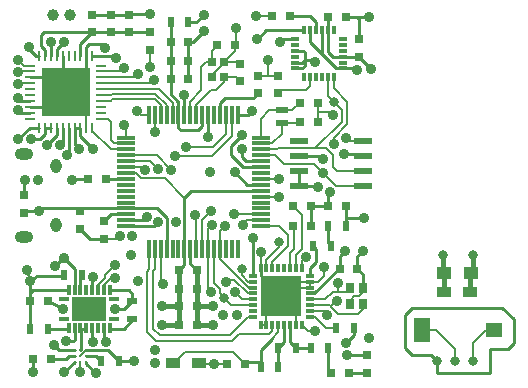
<source format=gbr>
G04 #@! TF.FileFunction,Copper,L1,Top,Signal*
%FSLAX46Y46*%
G04 Gerber Fmt 4.6, Leading zero omitted, Abs format (unit mm)*
G04 Created by KiCad (PCBNEW (2015-01-16 BZR 5376)-product) date 07/04/2015 12:08:15*
%MOMM*%
G01*
G04 APERTURE LIST*
%ADD10C,0.100000*%
%ADD11O,0.950000X1.250000*%
%ADD12O,1.550000X1.000000*%
%ADD13R,0.300000X0.850000*%
%ADD14R,0.850000X0.300000*%
%ADD15R,3.000000X2.000000*%
%ADD16R,0.750000X0.800000*%
%ADD17R,0.800000X0.750000*%
%ADD18R,1.200000X0.900000*%
%ADD19R,0.500000X0.900000*%
%ADD20R,0.900000X0.500000*%
%ADD21R,1.500000X0.300000*%
%ADD22R,0.300000X1.500000*%
%ADD23C,0.300000*%
%ADD24R,1.550000X0.600000*%
%ADD25R,1.000000X0.500000*%
%ADD26R,0.650000X0.750000*%
%ADD27R,0.800000X0.900000*%
%ADD28O,0.900000X0.250000*%
%ADD29O,0.250000X0.900000*%
%ADD30R,4.150000X4.150000*%
%ADD31C,1.000760*%
%ADD32C,0.800000*%
%ADD33R,0.300000X0.700000*%
%ADD34R,0.700000X0.300000*%
%ADD35R,3.400000X3.400000*%
%ADD36R,0.800000X0.350000*%
%ADD37R,0.350000X0.800000*%
%ADD38R,1.400000X1.200000*%
%ADD39R,1.400000X2.000000*%
%ADD40R,1.250000X1.100000*%
%ADD41C,0.889000*%
%ADD42C,0.254000*%
%ADD43C,0.203200*%
%ADD44C,0.381000*%
%ADD45C,0.177800*%
%ADD46C,0.152400*%
G04 APERTURE END LIST*
D10*
D11*
X74200000Y-39000000D03*
X74200000Y-34000000D03*
D12*
X71500000Y-40000000D03*
X71500000Y-33000000D03*
D13*
X75300000Y-44500000D03*
X75800000Y-44500000D03*
X76300000Y-44500000D03*
X76800000Y-44500000D03*
X77300000Y-44500000D03*
X77800000Y-44500000D03*
X78300000Y-44500000D03*
X78800000Y-44500000D03*
X78800000Y-47750000D03*
X78300000Y-47750000D03*
X77800000Y-47750000D03*
X77300000Y-47750000D03*
X76800000Y-47750000D03*
X76300000Y-47750000D03*
X75800000Y-47750000D03*
X75300000Y-47750000D03*
D14*
X74925000Y-45250000D03*
X74925000Y-47000000D03*
X79175000Y-45250000D03*
X79175000Y-47000000D03*
D15*
X77050000Y-46125000D03*
D16*
X91350000Y-27850000D03*
X91350000Y-26350000D03*
D17*
X78425000Y-35100000D03*
X76925000Y-35100000D03*
D16*
X76275000Y-37850000D03*
X76275000Y-39350000D03*
X78325000Y-38700000D03*
X78325000Y-40200000D03*
D17*
X83950000Y-26650000D03*
X85450000Y-26650000D03*
X83950000Y-25100000D03*
X85450000Y-25100000D03*
X83950000Y-23500000D03*
X85450000Y-23500000D03*
X84650000Y-42850000D03*
X86150000Y-42850000D03*
X84650000Y-44400000D03*
X86150000Y-44400000D03*
X84650000Y-45900000D03*
X86150000Y-45900000D03*
X84650000Y-47450000D03*
X86150000Y-47450000D03*
X72025000Y-45425000D03*
X73525000Y-45425000D03*
D16*
X71500000Y-37950000D03*
X71500000Y-36450000D03*
D17*
X73775000Y-50325000D03*
X72275000Y-50325000D03*
X96400000Y-28650000D03*
X94900000Y-28650000D03*
X96400000Y-30250000D03*
X94900000Y-30250000D03*
X89400000Y-23800000D03*
X87900000Y-23800000D03*
D16*
X89850000Y-25350000D03*
X89850000Y-26850000D03*
X99900000Y-24750000D03*
X99900000Y-23250000D03*
D17*
X97250000Y-21350000D03*
X98750000Y-21350000D03*
D16*
X93000000Y-27850000D03*
X93000000Y-26350000D03*
D17*
X94050000Y-21300000D03*
X92550000Y-21300000D03*
D16*
X77250000Y-22700000D03*
X77250000Y-21200000D03*
X78850000Y-22700000D03*
X78850000Y-21200000D03*
X80450000Y-22700000D03*
X80450000Y-21200000D03*
D17*
X98250000Y-42700000D03*
X99750000Y-42700000D03*
X94300000Y-37400000D03*
X95800000Y-37400000D03*
X98750000Y-37400000D03*
X97250000Y-37400000D03*
X94300000Y-39050000D03*
X95800000Y-39050000D03*
X97550000Y-51500000D03*
X99050000Y-51500000D03*
D16*
X100600000Y-51550000D03*
X100600000Y-50050000D03*
D17*
X90250000Y-50750000D03*
X88750000Y-50750000D03*
D18*
X84150000Y-50700000D03*
X86350000Y-50700000D03*
D16*
X82150000Y-22700000D03*
X82150000Y-24200000D03*
D19*
X72025000Y-47800000D03*
X73525000Y-47800000D03*
X97250000Y-39050000D03*
X98750000Y-39050000D03*
X96000000Y-40750000D03*
X97500000Y-40750000D03*
X91550000Y-51050000D03*
X93050000Y-51050000D03*
X93050000Y-49400000D03*
X94550000Y-49400000D03*
X97300000Y-49400000D03*
X95800000Y-49400000D03*
X83950000Y-21850000D03*
X85450000Y-21850000D03*
X74925000Y-43225000D03*
X76425000Y-43225000D03*
D20*
X80700000Y-45450000D03*
X80700000Y-46950000D03*
D19*
X78075000Y-50500000D03*
X79575000Y-50500000D03*
X99450000Y-47700000D03*
X97950000Y-47700000D03*
D21*
X91550000Y-39100000D03*
X91550000Y-38600000D03*
X91550000Y-38100000D03*
X91550000Y-37600000D03*
X91550000Y-37100000D03*
X91550000Y-36600000D03*
X91550000Y-36100000D03*
X91550000Y-35600000D03*
X91550000Y-35100000D03*
X91550000Y-34600000D03*
X91550000Y-34100000D03*
X91550000Y-33600000D03*
X91550000Y-33100000D03*
X91550000Y-32600000D03*
X91550000Y-32100000D03*
X91550000Y-31600000D03*
D22*
X89600000Y-29650000D03*
X89100000Y-29650000D03*
X88600000Y-29650000D03*
X88100000Y-29650000D03*
X87600000Y-29650000D03*
X87100000Y-29650000D03*
X86600000Y-29650000D03*
X86100000Y-29650000D03*
X85600000Y-29650000D03*
X85100000Y-29650000D03*
X84600000Y-29650000D03*
X84100000Y-29650000D03*
X83600000Y-29650000D03*
X83100000Y-29650000D03*
X82600000Y-29650000D03*
X82100000Y-29650000D03*
D21*
X80150000Y-31600000D03*
X80150000Y-32100000D03*
X80150000Y-32600000D03*
X80150000Y-33100000D03*
X80150000Y-33600000D03*
X80150000Y-34100000D03*
X80150000Y-34600000D03*
X80150000Y-35100000D03*
X80150000Y-35600000D03*
X80150000Y-36100000D03*
X80150000Y-36600000D03*
X80150000Y-37100000D03*
X80150000Y-37600000D03*
X80150000Y-38100000D03*
X80150000Y-38600000D03*
X80150000Y-39100000D03*
D22*
X82100000Y-41050000D03*
X82600000Y-41050000D03*
X83100000Y-41050000D03*
X83600000Y-41050000D03*
X84100000Y-41050000D03*
X84600000Y-41050000D03*
X85100000Y-41050000D03*
X85600000Y-41050000D03*
X86100000Y-41050000D03*
X86600000Y-41050000D03*
X87100000Y-41050000D03*
X87600000Y-41050000D03*
X88100000Y-41050000D03*
X88600000Y-41050000D03*
X89100000Y-41050000D03*
X89600000Y-41050000D03*
D23*
X76800000Y-50575000D03*
X76800000Y-50075000D03*
X76800000Y-49575000D03*
X76300000Y-50575000D03*
X76300000Y-50075000D03*
X76300000Y-49575000D03*
X75800000Y-50575000D03*
X75800000Y-50075000D03*
X75800000Y-49575000D03*
D24*
X94800000Y-31895000D03*
X94800000Y-33165000D03*
X94800000Y-34435000D03*
X94800000Y-35705000D03*
X100200000Y-35705000D03*
X100200000Y-34435000D03*
X100200000Y-33165000D03*
X100200000Y-31895000D03*
D25*
X93350000Y-29300000D03*
X93350000Y-30400000D03*
D26*
X88450000Y-25200000D03*
X88450000Y-26500000D03*
X87450000Y-25200000D03*
X87450000Y-26500000D03*
D27*
X99100000Y-45700000D03*
X99100000Y-44300000D03*
X100200000Y-45700000D03*
X100200000Y-44300000D03*
D28*
X72035000Y-25500000D03*
X72035000Y-26000000D03*
X72035000Y-26500000D03*
X72035000Y-27000000D03*
X72035000Y-27500000D03*
X72035000Y-28000000D03*
X72035000Y-28500000D03*
X72035000Y-29000000D03*
X72035000Y-29500000D03*
X72035000Y-30000000D03*
D29*
X72800000Y-30765000D03*
X73300000Y-30765000D03*
X73800000Y-30765000D03*
X74300000Y-30765000D03*
X74800000Y-30765000D03*
X75300000Y-30765000D03*
X75800000Y-30765000D03*
X76300000Y-30765000D03*
X76800000Y-30765000D03*
X77300000Y-30765000D03*
D28*
X78065000Y-30000000D03*
X78065000Y-29500000D03*
X78065000Y-29000000D03*
X78065000Y-28500000D03*
X78065000Y-28000000D03*
X78065000Y-27500000D03*
X78065000Y-27000000D03*
X78065000Y-26500000D03*
X78065000Y-26000000D03*
X78065000Y-25500000D03*
D29*
X77300000Y-24735000D03*
X76800000Y-24735000D03*
X76300000Y-24735000D03*
X75800000Y-24735000D03*
X75300000Y-24735000D03*
X74800000Y-24735000D03*
X74300000Y-24735000D03*
X73800000Y-24735000D03*
X73300000Y-24735000D03*
X72800000Y-24735000D03*
D30*
X75050000Y-27750000D03*
D31*
X73950700Y-21250000D03*
X75449300Y-21250000D03*
D32*
X88450000Y-45200000D03*
X97750000Y-28550000D03*
X93100000Y-40400000D03*
X89950000Y-42700000D03*
X109500000Y-50500000D03*
X108000000Y-50500000D03*
X106500000Y-50500000D03*
X107000000Y-41500000D03*
X109500000Y-41500000D03*
D33*
X95050000Y-42650000D03*
X94550000Y-42650000D03*
X94050000Y-42650000D03*
X93550000Y-42650000D03*
X93050000Y-42650000D03*
X92550000Y-42650000D03*
X92050000Y-42650000D03*
X91550000Y-42650000D03*
X91550000Y-47450000D03*
X92050000Y-47450000D03*
X92550000Y-47450000D03*
X93050000Y-47450000D03*
X93550000Y-47450000D03*
X94050000Y-47450000D03*
X94550000Y-47450000D03*
X95050000Y-47450000D03*
D34*
X90900000Y-43300000D03*
X90900000Y-43800000D03*
X90900000Y-44300000D03*
X90900000Y-44800000D03*
X90900000Y-45300000D03*
X90900000Y-45800000D03*
X90900000Y-46300000D03*
X90900000Y-46800000D03*
X95700000Y-46800000D03*
X95700000Y-46300000D03*
X95700000Y-45800000D03*
X95700000Y-45300000D03*
X95700000Y-44800000D03*
X95700000Y-44300000D03*
X95700000Y-43800000D03*
X95700000Y-43300000D03*
D35*
X93300000Y-45050000D03*
D36*
X98500000Y-25750000D03*
X98500000Y-25250000D03*
X98500000Y-24750000D03*
X98500000Y-24250000D03*
X98500000Y-23750000D03*
X98500000Y-23250000D03*
X94500000Y-23250000D03*
X94500000Y-23750000D03*
X94500000Y-24250000D03*
X94500000Y-24750000D03*
X94500000Y-25250000D03*
X94500000Y-25750000D03*
D37*
X96250000Y-26500000D03*
X96750000Y-26500000D03*
X97250000Y-26500000D03*
X95750000Y-26500000D03*
X97750000Y-26500000D03*
X95250000Y-26500000D03*
X97750000Y-22500000D03*
X97250000Y-22500000D03*
X96750000Y-22500000D03*
X96250000Y-22500000D03*
X95750000Y-22500000D03*
X95250000Y-22500000D03*
D38*
X111300000Y-47900000D03*
D39*
X105200000Y-47900000D03*
D18*
X107100000Y-44700000D03*
X109300000Y-44700000D03*
D40*
X109400000Y-43050000D03*
X107050000Y-43050000D03*
D41*
X74025000Y-49125000D03*
X97400000Y-36250000D03*
X74175000Y-42450000D03*
X74900000Y-41825000D03*
X75050000Y-48800000D03*
X100700000Y-48600000D03*
X98650000Y-33000000D03*
X78350000Y-24000000D03*
X76350000Y-29050000D03*
X72100000Y-31750000D03*
X75200000Y-33100000D03*
X82150000Y-21150000D03*
X87500000Y-47450000D03*
X87500000Y-45900000D03*
X93300000Y-45050000D03*
X98900000Y-50000000D03*
X96900000Y-42600000D03*
X87100000Y-31550000D03*
X86800000Y-22550000D03*
X92150000Y-25050000D03*
X91150000Y-21300000D03*
X89350000Y-34550000D03*
X75050000Y-27750000D03*
X71950000Y-23900000D03*
X72275000Y-51475000D03*
X74850000Y-46125000D03*
X71625000Y-35200000D03*
X72700000Y-35200000D03*
X100200000Y-41200000D03*
X91600000Y-41300000D03*
X87300000Y-34550000D03*
X87650000Y-50750000D03*
X79225000Y-46150000D03*
X96150000Y-25200000D03*
X96850000Y-33450000D03*
X99700000Y-25900000D03*
X98800000Y-49000000D03*
X75625000Y-35200000D03*
X79625000Y-39975000D03*
X97650000Y-29650000D03*
X89450000Y-22350000D03*
X96400000Y-35800000D03*
X80800000Y-50500000D03*
X100750000Y-21350000D03*
X72800000Y-37825000D03*
X77400000Y-43425000D03*
X96200000Y-48000000D03*
X97200000Y-46600000D03*
X71800000Y-42825000D03*
X72025000Y-43775000D03*
X83200000Y-45900000D03*
X85100000Y-28000000D03*
X100900000Y-25800000D03*
X100300000Y-38400000D03*
X84400000Y-38775000D03*
X93200000Y-23550000D03*
X86750000Y-21200000D03*
X98750000Y-31650000D03*
X83200000Y-47450000D03*
X77400000Y-32550000D03*
X76200000Y-32550000D03*
X71050000Y-31750000D03*
X79350000Y-24850000D03*
X95400000Y-41700000D03*
X98700000Y-41200000D03*
X90900000Y-40125000D03*
X82150000Y-25600000D03*
X86000000Y-38150000D03*
X71050000Y-28250000D03*
X71050000Y-29300000D03*
X73800000Y-23550000D03*
X74900000Y-23500000D03*
X98000000Y-45400000D03*
X98075000Y-43925000D03*
X88500000Y-39125000D03*
X87350000Y-44700000D03*
X89350000Y-44700000D03*
X87450000Y-38975000D03*
X87375000Y-37825000D03*
X82875000Y-38750000D03*
X81950000Y-38300000D03*
X97750000Y-32150000D03*
X96850000Y-34600000D03*
X82600000Y-31150000D03*
X82550000Y-26700000D03*
X80000000Y-30550000D03*
X79950000Y-25750000D03*
X82900000Y-34300000D03*
X80550000Y-41500000D03*
X76300000Y-51450000D03*
X80700000Y-39950000D03*
X81775000Y-34350000D03*
X74925000Y-51450000D03*
X77375000Y-48875000D03*
X82625000Y-49575000D03*
X88400000Y-46625000D03*
X89325000Y-38075000D03*
X81150000Y-43750000D03*
X77625000Y-51575000D03*
X84000000Y-34325000D03*
X90800000Y-29350000D03*
X91250000Y-23250000D03*
X81100000Y-29350000D03*
X81200000Y-26250000D03*
X71000000Y-27100000D03*
X71000000Y-25000000D03*
X71000000Y-26050000D03*
X73500000Y-32200000D03*
X74550000Y-32250000D03*
X88600000Y-43800000D03*
X83300000Y-44000000D03*
X89550000Y-46625000D03*
X82650000Y-50700000D03*
X78475000Y-48875000D03*
X90050000Y-38975000D03*
X79200000Y-42400000D03*
X84300000Y-33200000D03*
X79200000Y-43500000D03*
X85200000Y-32400000D03*
X90000000Y-31350000D03*
X90000000Y-32550000D03*
X93100000Y-35100000D03*
X93150000Y-36600000D03*
D42*
X75800000Y-49575000D02*
X74475000Y-49575000D01*
X74475000Y-49575000D02*
X74025000Y-49125000D01*
X97250000Y-37400000D02*
X97250000Y-36400000D01*
X97250000Y-36400000D02*
X97400000Y-36250000D01*
X74900000Y-41825000D02*
X74800000Y-41825000D01*
X74800000Y-41825000D02*
X74175000Y-42450000D01*
X75800000Y-44500000D02*
X75800000Y-42725000D01*
X75800000Y-42725000D02*
X74900000Y-41825000D01*
X75550000Y-48800000D02*
X75050000Y-48800000D01*
X75550000Y-48800000D02*
X75050000Y-48800000D01*
X75700000Y-48800000D02*
X75550000Y-48800000D01*
X75800000Y-48700000D02*
X75700000Y-48800000D01*
X75800000Y-47750000D02*
X75800000Y-48700000D01*
X98650000Y-33000000D02*
X100035000Y-33000000D01*
D43*
X87450000Y-26500000D02*
X87450000Y-26300000D01*
X87450000Y-26300000D02*
X88450000Y-25300000D01*
X88450000Y-25300000D02*
X88450000Y-25200000D01*
D42*
X94800000Y-35705000D02*
X94800000Y-34435000D01*
X73525000Y-45425000D02*
X74875000Y-46100000D01*
X76800000Y-24735000D02*
X76800000Y-23950000D01*
X78050000Y-23700000D02*
X78350000Y-24000000D01*
X77050000Y-23700000D02*
X78050000Y-23700000D01*
X76800000Y-23950000D02*
X77050000Y-23700000D01*
X76350000Y-29050000D02*
X75050000Y-27750000D01*
X72850000Y-31750000D02*
X72100000Y-31750000D01*
X73300000Y-31300000D02*
X72850000Y-31750000D01*
X73300000Y-31300000D02*
X73300000Y-30765000D01*
X72035000Y-29000000D02*
X73800000Y-29000000D01*
X73800000Y-29000000D02*
X75050000Y-27750000D01*
X73800000Y-30765000D02*
X73300000Y-30765000D01*
X75300000Y-30765000D02*
X75300000Y-33000000D01*
X75300000Y-33000000D02*
X75200000Y-33100000D01*
D43*
X76800000Y-30765000D02*
X76800000Y-29500000D01*
X76800000Y-29500000D02*
X75050000Y-27750000D01*
D42*
X72035000Y-26500000D02*
X73800000Y-26500000D01*
X73800000Y-26500000D02*
X75050000Y-27750000D01*
X76800000Y-24735000D02*
X76800000Y-26000000D01*
X76800000Y-26000000D02*
X75050000Y-27750000D01*
X74800000Y-24735000D02*
X74800000Y-27500000D01*
X74800000Y-27500000D02*
X75050000Y-27750000D01*
X77250000Y-21200000D02*
X78850000Y-21200000D01*
X80450000Y-21200000D02*
X80500000Y-21150000D01*
X80500000Y-21150000D02*
X82150000Y-21150000D01*
X95800000Y-39050000D02*
X95800000Y-37400000D01*
X95800000Y-37400000D02*
X97250000Y-37400000D01*
D44*
X86150000Y-47450000D02*
X87500000Y-47450000D01*
X86150000Y-45900000D02*
X87500000Y-45900000D01*
D42*
X91550000Y-42650000D02*
X91550000Y-43300000D01*
X91550000Y-43300000D02*
X93300000Y-45050000D01*
D45*
X92000000Y-46350000D02*
X93300000Y-45050000D01*
X92000000Y-47400000D02*
X92000000Y-46350000D01*
X92050000Y-47450000D02*
X92000000Y-47400000D01*
X91550000Y-47450000D02*
X92050000Y-47450000D01*
X94550000Y-46300000D02*
X93300000Y-45050000D01*
X94550000Y-47450000D02*
X94550000Y-46300000D01*
X94050000Y-44300000D02*
X93300000Y-45050000D01*
X94550000Y-43800000D02*
X93300000Y-45050000D01*
X95700000Y-43800000D02*
X94550000Y-43800000D01*
X94050000Y-44300000D02*
X93300000Y-45050000D01*
X95700000Y-44300000D02*
X94050000Y-44300000D01*
D42*
X98950000Y-50050000D02*
X98900000Y-50000000D01*
X100600000Y-50050000D02*
X98950000Y-50050000D01*
D45*
X95700000Y-44300000D02*
X95700000Y-43800000D01*
X96400000Y-43800000D02*
X96900000Y-43300000D01*
X96900000Y-43300000D02*
X96900000Y-42600000D01*
X95700000Y-43800000D02*
X96400000Y-43800000D01*
D42*
X100200000Y-43150000D02*
X100200000Y-44300000D01*
X99750000Y-42700000D02*
X100200000Y-43150000D01*
D44*
X86150000Y-44400000D02*
X86150000Y-42850000D01*
X86150000Y-45900000D02*
X86150000Y-44400000D01*
X86150000Y-47450000D02*
X86150000Y-45900000D01*
D42*
X85600000Y-42300000D02*
X86150000Y-42850000D01*
X85600000Y-41050000D02*
X85600000Y-42300000D01*
X85450000Y-25100000D02*
X85450000Y-23500000D01*
X85450000Y-26650000D02*
X85450000Y-25100000D01*
X85450000Y-23500000D02*
X85850000Y-23500000D01*
X87100000Y-29650000D02*
X87100000Y-31550000D01*
X85850000Y-23500000D02*
X86800000Y-22550000D01*
D43*
X88450000Y-25200000D02*
X89700000Y-25200000D01*
X88450000Y-25200000D02*
X89400000Y-24250000D01*
X92150000Y-26350000D02*
X93000000Y-26350000D01*
X92150000Y-26350000D02*
X92150000Y-25050000D01*
X92550000Y-21300000D02*
X91150000Y-21300000D01*
D42*
X95100000Y-25750000D02*
X94500000Y-25750000D01*
X94500000Y-25250000D02*
X95100000Y-25250000D01*
X90400000Y-35600000D02*
X89350000Y-34550000D01*
X91550000Y-35600000D02*
X90400000Y-35600000D01*
X72550000Y-24735000D02*
X72800000Y-24735000D01*
X71950000Y-24135000D02*
X71950000Y-23900000D01*
X72550000Y-24735000D02*
X71950000Y-24135000D01*
X74875000Y-46100000D02*
X74850000Y-46125000D01*
X72275000Y-50325000D02*
X72275000Y-51475000D01*
X80375000Y-44525000D02*
X80700000Y-44850000D01*
X78800000Y-44525000D02*
X80375000Y-44525000D01*
X71500000Y-35325000D02*
X71625000Y-35200000D01*
X71500000Y-36450000D02*
X71500000Y-35325000D01*
X99750000Y-41650000D02*
X99750000Y-42700000D01*
X99750000Y-41650000D02*
X100200000Y-41200000D01*
D43*
X91550000Y-41350000D02*
X91600000Y-41300000D01*
X91550000Y-41350000D02*
X91550000Y-42650000D01*
D42*
X99650000Y-21350000D02*
X99900000Y-21600000D01*
X99900000Y-21600000D02*
X99900000Y-23250000D01*
X98750000Y-21350000D02*
X99650000Y-21350000D01*
X100750000Y-21350000D02*
X98750000Y-21350000D01*
D43*
X100200000Y-44650000D02*
X100200000Y-44300000D01*
X99850000Y-45000000D02*
X100200000Y-44650000D01*
X99500000Y-45000000D02*
X99850000Y-45000000D01*
X99100000Y-45400000D02*
X99500000Y-45000000D01*
X99100000Y-45700000D02*
X99100000Y-45400000D01*
X87650000Y-50750000D02*
X88750000Y-50750000D01*
X86350000Y-50750000D02*
X87650000Y-50750000D01*
D42*
X95350000Y-25500000D02*
X95100000Y-25750000D01*
X95100000Y-25250000D02*
X95350000Y-25000000D01*
X80000000Y-46150000D02*
X79225000Y-46150000D01*
X95350000Y-25000000D02*
X95350000Y-25500000D01*
X95350000Y-24400000D02*
X95350000Y-25000000D01*
X95950000Y-25000000D02*
X96150000Y-25200000D01*
X95350000Y-25000000D02*
X95950000Y-25000000D01*
X94800000Y-33165000D02*
X96565000Y-33165000D01*
X96565000Y-33165000D02*
X96850000Y-33450000D01*
D43*
X89700000Y-25200000D02*
X89850000Y-25350000D01*
D42*
X97950000Y-25750000D02*
X96750000Y-24550000D01*
X96750000Y-24550000D02*
X96750000Y-22500000D01*
X98500000Y-25750000D02*
X97950000Y-25750000D01*
X95750000Y-23550000D02*
X96750000Y-24550000D01*
X98500000Y-25750000D02*
X98550000Y-25750000D01*
X99550000Y-25750000D02*
X99700000Y-25900000D01*
X98500000Y-25750000D02*
X99550000Y-25750000D01*
X95750000Y-22500000D02*
X95750000Y-23550000D01*
X99450000Y-48350000D02*
X98800000Y-49000000D01*
X99450000Y-47700000D02*
X99450000Y-48350000D01*
X100200000Y-33165000D02*
X100035000Y-33000000D01*
D43*
X91350000Y-26350000D02*
X92150000Y-26350000D01*
D42*
X75725000Y-35100000D02*
X75625000Y-35200000D01*
X76925000Y-35100000D02*
X75725000Y-35100000D01*
X76275000Y-39350000D02*
X77125000Y-40200000D01*
X77125000Y-40200000D02*
X78325000Y-40200000D01*
D43*
X79100000Y-40200000D02*
X78325000Y-40200000D01*
X79400000Y-40200000D02*
X79625000Y-39975000D01*
X96400000Y-29450000D02*
X96400000Y-28650000D01*
X97450000Y-29450000D02*
X97650000Y-29650000D01*
X96400000Y-29450000D02*
X97450000Y-29450000D01*
X96400000Y-30250000D02*
X96400000Y-29450000D01*
X89400000Y-24250000D02*
X89400000Y-23800000D01*
X89450000Y-23750000D02*
X89450000Y-22350000D01*
X89400000Y-23800000D02*
X89450000Y-23750000D01*
D42*
X78850000Y-21200000D02*
X80450000Y-21200000D01*
X80700000Y-45450000D02*
X80000000Y-46150000D01*
X80700000Y-44850000D02*
X80700000Y-45450000D01*
X94800000Y-35705000D02*
X96305000Y-35705000D01*
X96305000Y-35705000D02*
X96400000Y-35800000D01*
D46*
X76300000Y-50075000D02*
X76800000Y-49575000D01*
D42*
X78650000Y-49575000D02*
X79575000Y-50500000D01*
X76800000Y-49575000D02*
X78650000Y-49575000D01*
X79575000Y-50500000D02*
X80800000Y-50500000D01*
X95200000Y-24250000D02*
X95350000Y-24400000D01*
X94500000Y-24250000D02*
X95200000Y-24250000D01*
D43*
X79400000Y-40200000D02*
X79625000Y-39975000D01*
X79100000Y-40200000D02*
X79400000Y-40200000D01*
D42*
X90950000Y-28250000D02*
X91400000Y-27800000D01*
X88500000Y-28250000D02*
X90950000Y-28250000D01*
X88100000Y-28650000D02*
X88500000Y-28250000D01*
X88100000Y-29650000D02*
X88100000Y-28650000D01*
X80150000Y-35100000D02*
X78425000Y-35100000D01*
X73025000Y-37600000D02*
X72800000Y-37825000D01*
X80150000Y-37600000D02*
X73025000Y-37600000D01*
X82800000Y-37600000D02*
X83600000Y-38400000D01*
X83600000Y-38400000D02*
X83600000Y-41050000D01*
X80150000Y-37600000D02*
X82800000Y-37600000D01*
X71625000Y-37825000D02*
X71500000Y-37950000D01*
X72800000Y-37825000D02*
X71625000Y-37825000D01*
X77300000Y-43525000D02*
X77400000Y-43425000D01*
X77300000Y-44525000D02*
X77300000Y-43525000D01*
D43*
X73025000Y-37600000D02*
X72800000Y-37825000D01*
X76025000Y-37600000D02*
X73025000Y-37600000D01*
X76275000Y-37850000D02*
X76025000Y-37600000D01*
D42*
X78925000Y-38100000D02*
X78325000Y-38700000D01*
X80150000Y-38100000D02*
X78925000Y-38100000D01*
X83950000Y-23500000D02*
X83950000Y-21850000D01*
X83950000Y-27950000D02*
X83950000Y-26650000D01*
X84600000Y-28600000D02*
X83950000Y-27950000D01*
X84600000Y-30750000D02*
X84850000Y-31000000D01*
X84850000Y-31000000D02*
X86250000Y-31000000D01*
X86250000Y-31000000D02*
X86600000Y-30650000D01*
X86600000Y-30650000D02*
X86600000Y-29650000D01*
X84600000Y-29650000D02*
X84600000Y-30750000D01*
X84600000Y-29650000D02*
X84600000Y-28600000D01*
X83950000Y-25100000D02*
X83950000Y-23500000D01*
X83950000Y-26650000D02*
X83950000Y-25100000D01*
D43*
X95600000Y-48000000D02*
X96200000Y-48000000D01*
X95050000Y-47450000D02*
X95600000Y-48000000D01*
D45*
X96900000Y-46300000D02*
X97200000Y-46600000D01*
X95700000Y-46300000D02*
X96900000Y-46300000D01*
D42*
X97250000Y-24350000D02*
X97650000Y-24750000D01*
X97250000Y-22500000D02*
X97250000Y-24350000D01*
X74850000Y-43300000D02*
X74925000Y-43225000D01*
X74850000Y-43300000D02*
X72600000Y-43300000D01*
X72600000Y-43300000D02*
X72125000Y-43775000D01*
X71800000Y-42825000D02*
X72025000Y-43775000D01*
X72125000Y-43775000D02*
X72025000Y-43775000D01*
D44*
X84650000Y-45900000D02*
X83200000Y-45900000D01*
D42*
X85100000Y-41050000D02*
X85100000Y-36700000D01*
X85700000Y-36100000D02*
X91550000Y-36100000D01*
X85100000Y-36700000D02*
X85700000Y-36100000D01*
X98750000Y-37400000D02*
X98750000Y-38500000D01*
D44*
X84650000Y-47450000D02*
X84650000Y-45900000D01*
D42*
X85100000Y-42400000D02*
X85100000Y-41050000D01*
X85100000Y-29650000D02*
X85100000Y-28000000D01*
X97250000Y-22500000D02*
X97250000Y-21350000D01*
D43*
X85075000Y-36700000D02*
X83425000Y-35050000D01*
X83425000Y-35050000D02*
X81425000Y-35050000D01*
X81425000Y-35050000D02*
X80975000Y-34600000D01*
X80975000Y-34600000D02*
X80150000Y-34600000D01*
D42*
X85100000Y-41050000D02*
X85100000Y-36700000D01*
D43*
X85100000Y-36700000D02*
X85075000Y-36700000D01*
D42*
X99900000Y-24800000D02*
X100900000Y-25800000D01*
X99900000Y-24750000D02*
X99900000Y-24800000D01*
X98850000Y-38400000D02*
X100300000Y-38400000D01*
X98750000Y-38500000D02*
X98850000Y-38400000D01*
D44*
X84650000Y-45900000D02*
X84650000Y-44400000D01*
D42*
X98500000Y-24750000D02*
X99900000Y-24750000D01*
X97650000Y-24750000D02*
X98500000Y-24750000D01*
X93500000Y-23250000D02*
X93200000Y-23550000D01*
X94500000Y-23250000D02*
X93500000Y-23250000D01*
X86100000Y-21850000D02*
X85450000Y-21850000D01*
X86750000Y-21200000D02*
X86100000Y-21850000D01*
D43*
X100200000Y-31895000D02*
X98995000Y-31895000D01*
X98995000Y-31895000D02*
X98750000Y-31650000D01*
D44*
X84650000Y-44400000D02*
X84650000Y-42850000D01*
D42*
X84650000Y-42850000D02*
X85100000Y-42400000D01*
D44*
X84650000Y-47450000D02*
X83200000Y-47450000D01*
D42*
X72025000Y-47800000D02*
X72025000Y-45425000D01*
X72025000Y-44800000D02*
X72025000Y-45425000D01*
X72025000Y-43775000D02*
X72025000Y-45425000D01*
X72300000Y-44525000D02*
X72025000Y-44800000D01*
X75800000Y-30765000D02*
X76300000Y-30765000D01*
X76300000Y-31450000D02*
X77400000Y-32550000D01*
X76300000Y-30765000D02*
X76300000Y-31450000D01*
X75800000Y-32150000D02*
X76200000Y-32550000D01*
X75800000Y-32150000D02*
X75800000Y-30765000D01*
X72800000Y-30765000D02*
X72035000Y-30765000D01*
X72035000Y-30765000D02*
X71050000Y-31750000D01*
X79235000Y-24735000D02*
X79350000Y-24850000D01*
X79235000Y-24735000D02*
X77300000Y-24735000D01*
D43*
X95050000Y-42050000D02*
X95400000Y-41700000D01*
D45*
X98250000Y-42950000D02*
X98250000Y-42700000D01*
D42*
X98250000Y-41650000D02*
X98700000Y-41200000D01*
X98250000Y-42700000D02*
X98250000Y-41650000D01*
X98175000Y-42700000D02*
X98250000Y-42700000D01*
X96075000Y-44800000D02*
X98175000Y-42700000D01*
X95700000Y-44800000D02*
X96075000Y-44800000D01*
X90900000Y-40125000D02*
X90900000Y-43300000D01*
X98750000Y-38500000D02*
X98750000Y-39050000D01*
X75300000Y-44525000D02*
X72300000Y-44525000D01*
D43*
X95050000Y-42050000D02*
X95050000Y-42650000D01*
X82150000Y-25600000D02*
X82150000Y-24200000D01*
D42*
X75050000Y-50325000D02*
X75300000Y-50075000D01*
X75300000Y-50075000D02*
X75800000Y-50075000D01*
X73775000Y-50325000D02*
X75050000Y-50325000D01*
D43*
X94250000Y-29300000D02*
X94900000Y-28650000D01*
X91550000Y-30000000D02*
X92250000Y-29300000D01*
X92250000Y-29300000D02*
X93350000Y-29300000D01*
X91550000Y-31600000D02*
X91550000Y-30000000D01*
X93350000Y-29300000D02*
X94250000Y-29300000D01*
X94750000Y-30400000D02*
X94900000Y-30250000D01*
X92550000Y-32100000D02*
X93350000Y-31300000D01*
X93350000Y-31300000D02*
X93350000Y-30400000D01*
X91550000Y-32100000D02*
X92550000Y-32100000D01*
X93350000Y-30400000D02*
X94750000Y-30400000D01*
X87450000Y-24250000D02*
X87900000Y-23800000D01*
X85600000Y-28550000D02*
X86550000Y-27600000D01*
X86550000Y-27600000D02*
X86550000Y-25600000D01*
X86550000Y-25600000D02*
X86950000Y-25200000D01*
X86950000Y-25200000D02*
X87450000Y-25200000D01*
X85600000Y-29650000D02*
X85600000Y-28550000D01*
X87450000Y-25200000D02*
X87450000Y-24250000D01*
X89500000Y-26500000D02*
X89850000Y-26850000D01*
X86100000Y-28800000D02*
X87350000Y-27550000D01*
X87350000Y-27550000D02*
X87800000Y-27550000D01*
X87800000Y-27550000D02*
X88450000Y-26900000D01*
X88450000Y-26900000D02*
X88450000Y-26500000D01*
X86100000Y-29650000D02*
X86100000Y-28800000D01*
X88450000Y-26500000D02*
X89500000Y-26500000D01*
X93300000Y-27550000D02*
X95400000Y-27550000D01*
X93000000Y-27850000D02*
X93300000Y-27550000D01*
X95400000Y-27550000D02*
X95750000Y-27200000D01*
X95750000Y-27200000D02*
X95750000Y-26500000D01*
D42*
X95750000Y-21300000D02*
X94050000Y-21300000D01*
X96250000Y-21800000D02*
X95750000Y-21300000D01*
X96250000Y-22500000D02*
X96250000Y-21800000D01*
D43*
X86100000Y-38250000D02*
X86100000Y-41050000D01*
X86000000Y-38150000D02*
X86100000Y-38250000D01*
D42*
X72035000Y-28500000D02*
X71300000Y-28500000D01*
X71300000Y-28500000D02*
X71050000Y-28250000D01*
X77250000Y-22700000D02*
X73200000Y-22700000D01*
X73300000Y-24150000D02*
X73300000Y-24735000D01*
X73000000Y-23850000D02*
X73300000Y-24150000D01*
X73000000Y-22900000D02*
X73000000Y-23850000D01*
X73200000Y-22700000D02*
X73000000Y-22900000D01*
X78850000Y-22700000D02*
X77250000Y-22700000D01*
X77250000Y-22700000D02*
X76300000Y-23650000D01*
X76300000Y-23650000D02*
X76300000Y-24735000D01*
X80450000Y-22700000D02*
X78850000Y-22700000D01*
X82150000Y-22700000D02*
X80450000Y-22700000D01*
X72035000Y-29500000D02*
X71250000Y-29500000D01*
X71250000Y-29500000D02*
X71050000Y-29300000D01*
X73800000Y-24735000D02*
X73800000Y-23550000D01*
X74300000Y-24100000D02*
X74900000Y-23500000D01*
X74300000Y-24735000D02*
X74300000Y-24100000D01*
D43*
X100200000Y-46125000D02*
X100200000Y-45700000D01*
X99800000Y-46525000D02*
X100200000Y-46125000D01*
X95700000Y-45800000D02*
X97400000Y-45800000D01*
X97525000Y-45925000D02*
X98125000Y-46525000D01*
X97400000Y-45800000D02*
X97525000Y-45925000D01*
X98125000Y-46525000D02*
X99800000Y-46525000D01*
X97525000Y-45875000D02*
X98000000Y-45400000D01*
X97525000Y-45925000D02*
X97525000Y-45875000D01*
X98075000Y-43925000D02*
X98075000Y-44650000D01*
X97000000Y-45300000D02*
X97650000Y-44650000D01*
X97650000Y-44650000D02*
X98075000Y-44650000D01*
X95700000Y-45300000D02*
X97000000Y-45300000D01*
X98750000Y-44650000D02*
X99100000Y-44300000D01*
X98075000Y-44650000D02*
X98750000Y-44650000D01*
X94550000Y-42650000D02*
X94550000Y-41500000D01*
X94550000Y-41500000D02*
X95050000Y-41000000D01*
X95050000Y-41000000D02*
X95050000Y-38150000D01*
X95050000Y-38150000D02*
X94300000Y-37400000D01*
X94400000Y-41050000D02*
X94400000Y-39150000D01*
X94400000Y-39150000D02*
X94300000Y-39050000D01*
X94050000Y-41400000D02*
X94400000Y-41050000D01*
X94050000Y-42650000D02*
X94050000Y-41400000D01*
D42*
X97300000Y-51250000D02*
X97550000Y-51500000D01*
X97300000Y-49400000D02*
X97300000Y-51250000D01*
D45*
X99100000Y-51550000D02*
X99050000Y-51500000D01*
D42*
X100600000Y-51550000D02*
X99100000Y-51550000D01*
X90150000Y-50575000D02*
X91500000Y-50575000D01*
D43*
X89250000Y-49750000D02*
X90250000Y-50750000D01*
X85150000Y-49750000D02*
X89250000Y-49750000D01*
X84150000Y-50750000D02*
X85150000Y-49750000D01*
X93050000Y-48075000D02*
X92487500Y-48637500D01*
X93050000Y-47450000D02*
X93050000Y-48075000D01*
D42*
X91550000Y-50625000D02*
X91550000Y-51050000D01*
X91500000Y-50575000D02*
X91550000Y-50625000D01*
X91550000Y-49575000D02*
X91550000Y-51050000D01*
X92487500Y-48637500D02*
X91550000Y-49575000D01*
X73550000Y-47775000D02*
X73525000Y-47800000D01*
X75300000Y-47775000D02*
X73550000Y-47775000D01*
X97250000Y-39050000D02*
X97250000Y-40500000D01*
X97250000Y-40500000D02*
X97500000Y-40750000D01*
X95700000Y-43300000D02*
X95700000Y-42650000D01*
X96250000Y-42100000D02*
X96250000Y-41000000D01*
X95700000Y-42650000D02*
X96250000Y-42100000D01*
X96250000Y-41000000D02*
X96000000Y-40750000D01*
X93550000Y-48900000D02*
X93050000Y-49400000D01*
X93550000Y-47450000D02*
X93550000Y-48900000D01*
X93050000Y-49400000D02*
X93050000Y-51050000D01*
X94050000Y-48900000D02*
X94550000Y-49400000D01*
X94050000Y-47450000D02*
X94050000Y-48900000D01*
X94550000Y-49400000D02*
X95800000Y-49400000D01*
D43*
X90900000Y-44300000D02*
X90550000Y-44300000D01*
X90550000Y-44300000D02*
X88100000Y-41850000D01*
X88100000Y-41850000D02*
X88100000Y-41050000D01*
X88500000Y-39125000D02*
X88100000Y-39525000D01*
X88100000Y-39525000D02*
X88100000Y-41050000D01*
X90900000Y-45300000D02*
X89950000Y-45300000D01*
X87100000Y-44450000D02*
X87100000Y-41050000D01*
X87350000Y-44700000D02*
X87100000Y-44450000D01*
X89950000Y-45300000D02*
X89350000Y-44700000D01*
X87450000Y-38975000D02*
X87100000Y-39325000D01*
X87100000Y-39325000D02*
X87100000Y-41050000D01*
X87375000Y-37825000D02*
X86600000Y-38600000D01*
X86600000Y-38600000D02*
X86600000Y-41050000D01*
D42*
X76300000Y-43350000D02*
X76425000Y-43225000D01*
X76300000Y-44525000D02*
X76300000Y-43350000D01*
X80700000Y-47050000D02*
X79975000Y-47775000D01*
X80700000Y-46950000D02*
X80700000Y-47050000D01*
X79975000Y-47775000D02*
X78800000Y-47775000D01*
X82875000Y-38750000D02*
X82525000Y-39100000D01*
X80150000Y-39100000D02*
X82525000Y-39100000D01*
X77650000Y-50075000D02*
X78075000Y-50500000D01*
X76800000Y-50075000D02*
X77650000Y-50075000D01*
X81950000Y-38300000D02*
X81650000Y-38600000D01*
X81650000Y-38600000D02*
X80150000Y-38600000D01*
D45*
X96200000Y-46800000D02*
X97100000Y-47700000D01*
X97100000Y-47700000D02*
X97950000Y-47700000D01*
X95700000Y-46800000D02*
X96200000Y-46800000D01*
D43*
X98900000Y-28550000D02*
X98900000Y-30250000D01*
X97750000Y-27400000D02*
X97750000Y-26500000D01*
X98900000Y-28550000D02*
X97750000Y-27400000D01*
X97750000Y-31600000D02*
X97750000Y-32150000D01*
X98900000Y-30450000D02*
X97750000Y-31600000D01*
X98900000Y-30250000D02*
X98900000Y-30450000D01*
X95850000Y-33800000D02*
X93500000Y-33800000D01*
X93500000Y-33800000D02*
X92800000Y-33100000D01*
X92800000Y-33100000D02*
X91550000Y-33100000D01*
X100200000Y-35705000D02*
X97955000Y-35705000D01*
X97955000Y-35705000D02*
X96850000Y-34600000D01*
X96050000Y-33800000D02*
X95850000Y-33800000D01*
X96850000Y-34600000D02*
X96050000Y-33800000D01*
X97250000Y-27550000D02*
X97250000Y-26500000D01*
X97250000Y-28050000D02*
X97250000Y-27550000D01*
X98450000Y-29250000D02*
X97250000Y-28050000D01*
X98450000Y-30250000D02*
X98450000Y-29250000D01*
X96200000Y-32500000D02*
X98450000Y-30250000D01*
X98450000Y-30250000D02*
X98450000Y-30200000D01*
X96600000Y-32500000D02*
X96200000Y-32500000D01*
X100200000Y-34435000D02*
X98035000Y-34435000D01*
X98035000Y-34435000D02*
X97700000Y-34100000D01*
X97700000Y-34100000D02*
X97700000Y-33100000D01*
X97100000Y-32500000D02*
X96600000Y-32500000D01*
X97700000Y-33100000D02*
X97100000Y-32500000D01*
X96650000Y-32500000D02*
X96600000Y-32500000D01*
X92950000Y-32600000D02*
X91550000Y-32600000D01*
X93050000Y-32500000D02*
X92950000Y-32600000D01*
X96200000Y-32500000D02*
X93050000Y-32500000D01*
X97750000Y-28550000D02*
X98450000Y-29250000D01*
X84100000Y-29650000D02*
X84100000Y-28650000D01*
X82950000Y-27500000D02*
X78065000Y-27500000D01*
X84100000Y-28650000D02*
X82950000Y-27500000D01*
X79000000Y-27900000D02*
X78900000Y-28000000D01*
X78900000Y-28000000D02*
X78065000Y-28000000D01*
X83600000Y-29650000D02*
X83600000Y-28850000D01*
X82650000Y-27900000D02*
X79000000Y-27900000D01*
X83600000Y-28850000D02*
X82650000Y-27900000D01*
X83100000Y-29650000D02*
X83100000Y-28850000D01*
X78850000Y-28500000D02*
X78065000Y-28500000D01*
X79000000Y-28350000D02*
X78850000Y-28500000D01*
X82600000Y-28350000D02*
X79000000Y-28350000D01*
X83100000Y-28850000D02*
X82600000Y-28350000D01*
X82600000Y-31150000D02*
X82600000Y-29650000D01*
X78065000Y-27000000D02*
X82250000Y-27000000D01*
X82250000Y-27000000D02*
X82550000Y-26700000D01*
X80150000Y-30700000D02*
X80150000Y-31600000D01*
X80000000Y-30550000D02*
X80150000Y-30700000D01*
X78065000Y-26000000D02*
X79700000Y-26000000D01*
X79700000Y-26000000D02*
X79950000Y-25750000D01*
X82200000Y-33600000D02*
X82900000Y-34300000D01*
X76300000Y-51450000D02*
X76300000Y-50575000D01*
X80150000Y-33600000D02*
X82200000Y-33600000D01*
X80150000Y-34100000D02*
X81525000Y-34100000D01*
X81525000Y-34100000D02*
X81775000Y-34350000D01*
D42*
X75800000Y-50575000D02*
X74925000Y-51450000D01*
D43*
X82100000Y-41050000D02*
X82100000Y-42750000D01*
X89750000Y-48200000D02*
X89100000Y-48850000D01*
X89750000Y-48200000D02*
X91550000Y-48200000D01*
X81900000Y-48050000D02*
X82700000Y-48850000D01*
X81900000Y-42950000D02*
X81900000Y-48050000D01*
X82100000Y-42750000D02*
X81900000Y-42950000D01*
D45*
X92550000Y-47950000D02*
X92300000Y-48200000D01*
X92300000Y-48200000D02*
X91550000Y-48200000D01*
X92550000Y-47450000D02*
X92550000Y-47950000D01*
D43*
X89100000Y-48850000D02*
X82700000Y-48850000D01*
X88975000Y-48350000D02*
X90525000Y-46800000D01*
X90525000Y-46800000D02*
X90900000Y-46800000D01*
X82450000Y-47800000D02*
X82450000Y-42900000D01*
X82450000Y-42900000D02*
X82600000Y-42750000D01*
X82600000Y-41050000D02*
X82600000Y-42750000D01*
X83000000Y-48350000D02*
X82450000Y-47800000D01*
X83000000Y-48350000D02*
X88975000Y-48350000D01*
X87600000Y-43950000D02*
X87600000Y-41050000D01*
X88100000Y-44450000D02*
X87600000Y-43950000D01*
X88100000Y-44800000D02*
X88100000Y-44450000D01*
X89450000Y-45800000D02*
X89050000Y-45800000D01*
X90900000Y-45800000D02*
X89450000Y-45800000D01*
X89050000Y-45800000D02*
X88450000Y-45200000D01*
X88450000Y-45200000D02*
X88450000Y-45150000D01*
X88450000Y-45150000D02*
X88100000Y-44800000D01*
D42*
X77300000Y-47775000D02*
X77300000Y-48800000D01*
X77300000Y-48800000D02*
X77375000Y-48875000D01*
D43*
X89350000Y-38100000D02*
X89325000Y-38075000D01*
X91550000Y-38100000D02*
X89350000Y-38100000D01*
D42*
X76316512Y-49591512D02*
X76300000Y-49575000D01*
X76316512Y-47791512D02*
X76316512Y-49591512D01*
X76300000Y-47775000D02*
X76316512Y-47791512D01*
X76800000Y-47775000D02*
X76300000Y-47775000D01*
X76800000Y-50575000D02*
X76800000Y-50750000D01*
X77625000Y-51575000D02*
X76800000Y-50750000D01*
D43*
X80150000Y-33100000D02*
X82775000Y-33100000D01*
X82775000Y-33100000D02*
X84000000Y-34325000D01*
D42*
X89600000Y-29650000D02*
X90500000Y-29650000D01*
X90800000Y-29350000D02*
X90500000Y-29650000D01*
X92050000Y-22500000D02*
X91300000Y-23250000D01*
X91300000Y-23250000D02*
X91250000Y-23250000D01*
X92050000Y-22500000D02*
X95250000Y-22500000D01*
D43*
X108000000Y-49500000D02*
X106400000Y-47900000D01*
X106400000Y-47900000D02*
X105200000Y-47900000D01*
X108000000Y-50500000D02*
X108000000Y-49500000D01*
X110600000Y-47900000D02*
X111300000Y-47900000D01*
X109500000Y-49000000D02*
X110600000Y-47900000D01*
X109500000Y-50500000D02*
X109500000Y-49000000D01*
X77300000Y-30765000D02*
X77300000Y-31050000D01*
X77300000Y-31050000D02*
X78850000Y-32600000D01*
X78850000Y-32600000D02*
X80150000Y-32600000D01*
D44*
X107100000Y-43100000D02*
X107100000Y-44700000D01*
X107000000Y-43000000D02*
X107100000Y-43100000D01*
X107000000Y-41500000D02*
X107000000Y-43000000D01*
D43*
X78065000Y-30000000D02*
X78600000Y-30000000D01*
X79150000Y-32100000D02*
X80150000Y-32100000D01*
X78850000Y-31800000D02*
X79150000Y-32100000D01*
X78850000Y-30250000D02*
X78850000Y-31800000D01*
X78600000Y-30000000D02*
X78850000Y-30250000D01*
D44*
X109300000Y-43150000D02*
X109300000Y-44700000D01*
X109500000Y-42950000D02*
X109300000Y-43150000D01*
X109500000Y-41500000D02*
X109500000Y-42950000D01*
D43*
X78065000Y-26500000D02*
X80950000Y-26500000D01*
X81400000Y-29650000D02*
X82100000Y-29650000D01*
X81100000Y-29350000D02*
X81400000Y-29650000D01*
X80950000Y-26500000D02*
X81200000Y-26250000D01*
X92550000Y-42100000D02*
X93900000Y-40750000D01*
X93900000Y-40750000D02*
X93900000Y-39850000D01*
X92550000Y-42100000D02*
X92550000Y-42650000D01*
X93900000Y-39850000D02*
X93150000Y-39100000D01*
X91550000Y-39100000D02*
X93150000Y-39100000D01*
X93100000Y-40900000D02*
X93100000Y-40400000D01*
X92050000Y-42650000D02*
X92050000Y-41950000D01*
X92050000Y-41950000D02*
X93100000Y-40900000D01*
X90900000Y-43800000D02*
X90516976Y-43800000D01*
X89950000Y-43233024D02*
X89950000Y-42700000D01*
X90516976Y-43800000D02*
X89950000Y-43233024D01*
X71100000Y-27000000D02*
X71000000Y-27100000D01*
X71100000Y-27000000D02*
X72035000Y-27000000D01*
X71500000Y-25500000D02*
X71000000Y-25000000D01*
X72035000Y-25500000D02*
X71500000Y-25500000D01*
D42*
X106500000Y-51500000D02*
X106500000Y-50500000D01*
X111000000Y-51500000D02*
X106500000Y-51500000D01*
X111000000Y-49500000D02*
X111000000Y-51500000D01*
X112500000Y-49500000D02*
X111000000Y-49500000D01*
X113000000Y-49000000D02*
X112500000Y-49500000D01*
X113000000Y-47000000D02*
X113000000Y-49000000D01*
X112000000Y-46000000D02*
X113000000Y-47000000D01*
X104400000Y-46000000D02*
X112000000Y-46000000D01*
X103800000Y-46600000D02*
X104400000Y-46000000D01*
X103800000Y-49400000D02*
X103800000Y-46600000D01*
X104400000Y-50000000D02*
X103800000Y-49400000D01*
X106000000Y-50000000D02*
X104400000Y-50000000D01*
X106500000Y-50500000D02*
X106000000Y-50000000D01*
D43*
X72035000Y-26000000D02*
X71050000Y-26000000D01*
X71050000Y-26000000D02*
X71000000Y-26050000D01*
D42*
X74300000Y-30765000D02*
X74300000Y-31400000D01*
X74300000Y-31400000D02*
X73500000Y-32200000D01*
X74800000Y-30765000D02*
X74800000Y-32000000D01*
X74800000Y-32000000D02*
X74550000Y-32250000D01*
D43*
X83300000Y-44000000D02*
X83100000Y-43800000D01*
X88750000Y-43650000D02*
X88600000Y-43800000D01*
X90900000Y-44800000D02*
X90450000Y-44800000D01*
X90450000Y-44800000D02*
X89300000Y-43650000D01*
X89300000Y-43650000D02*
X88750000Y-43650000D01*
X83100000Y-43800000D02*
X83100000Y-41050000D01*
D42*
X78300000Y-48700000D02*
X78475000Y-48875000D01*
X78300000Y-47775000D02*
X78300000Y-48700000D01*
D43*
X90425000Y-38600000D02*
X90050000Y-38975000D01*
X91550000Y-38600000D02*
X90425000Y-38600000D01*
X87400000Y-33200000D02*
X89100000Y-31500000D01*
X89100000Y-31500000D02*
X89100000Y-29650000D01*
X84300000Y-33200000D02*
X87400000Y-33200000D01*
X78350000Y-43250000D02*
X79200000Y-42400000D01*
X77800000Y-44525000D02*
X77800000Y-44050000D01*
X77800000Y-44050000D02*
X78350000Y-43500000D01*
X78350000Y-43500000D02*
X78350000Y-43250000D01*
X78300000Y-44525000D02*
X78300000Y-44125000D01*
X78300000Y-44525000D02*
X78300000Y-44100000D01*
X78900000Y-43500000D02*
X79200000Y-43500000D01*
X78300000Y-44100000D02*
X78900000Y-43500000D01*
X87500000Y-32400000D02*
X88600000Y-31300000D01*
X88600000Y-31300000D02*
X88600000Y-29650000D01*
X85200000Y-32400000D02*
X87500000Y-32400000D01*
D42*
X90000000Y-31350000D02*
X89050000Y-32300000D01*
X89050000Y-32300000D02*
X89050000Y-33050000D01*
X89050000Y-33050000D02*
X90100000Y-34100000D01*
X90100000Y-34100000D02*
X91550000Y-34100000D01*
X90000000Y-32550000D02*
X90000000Y-33250000D01*
X90000000Y-33250000D02*
X90350000Y-33600000D01*
X90350000Y-33600000D02*
X91550000Y-33600000D01*
D43*
X93100000Y-35100000D02*
X91550000Y-35100000D01*
X93150000Y-36600000D02*
X91550000Y-36600000D01*
M02*

</source>
